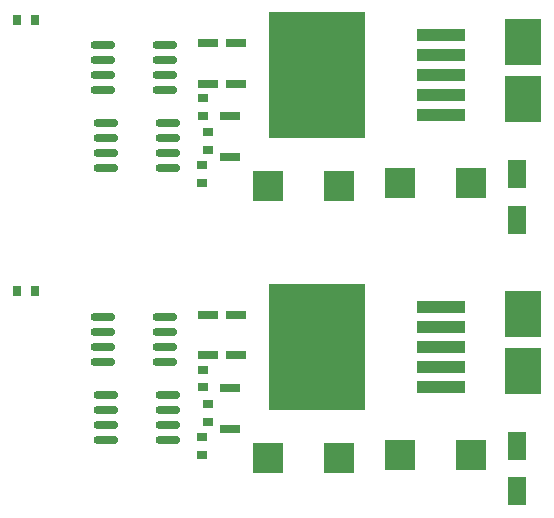
<source format=gtp>
G04 Layer_Color=8421504*
%FSLAX44Y44*%
%MOMM*%
G71*
G01*
G75*
%ADD10R,4.1500X1.0000*%
%ADD11R,8.2000X10.7500*%
%ADD12R,1.7000X0.7500*%
%ADD13O,2.1000X0.7000*%
%ADD14R,0.7000X0.9000*%
%ADD15R,0.9000X0.7000*%
%ADD16R,2.5500X2.5500*%
%ADD17R,1.5500X2.4500*%
%ADD18R,3.1000X3.9000*%
D10*
X376190Y128560D02*
D03*
Y145560D02*
D03*
Y162560D02*
D03*
Y179560D02*
D03*
Y196560D02*
D03*
Y358560D02*
D03*
Y375560D02*
D03*
Y392560D02*
D03*
Y409560D02*
D03*
Y426560D02*
D03*
D11*
X271690Y162560D02*
D03*
Y392560D02*
D03*
D12*
X179070Y189970D02*
D03*
Y155470D02*
D03*
X203200D02*
D03*
Y189970D02*
D03*
X198120Y127740D02*
D03*
Y93240D02*
D03*
X179070Y419970D02*
D03*
Y385470D02*
D03*
X203200D02*
D03*
Y419970D02*
D03*
X198120Y357740D02*
D03*
Y323240D02*
D03*
D13*
X143340Y149860D02*
D03*
Y162560D02*
D03*
Y175260D02*
D03*
Y187960D02*
D03*
X90340Y149860D02*
D03*
Y162560D02*
D03*
Y175260D02*
D03*
Y187960D02*
D03*
X145880Y83820D02*
D03*
Y96520D02*
D03*
Y109220D02*
D03*
Y121920D02*
D03*
X92880Y83820D02*
D03*
Y96520D02*
D03*
Y109220D02*
D03*
Y121920D02*
D03*
X143340Y379860D02*
D03*
Y392560D02*
D03*
Y405260D02*
D03*
Y417960D02*
D03*
X90340Y379860D02*
D03*
Y392560D02*
D03*
Y405260D02*
D03*
Y417960D02*
D03*
X145880Y313820D02*
D03*
Y326520D02*
D03*
Y339220D02*
D03*
Y351920D02*
D03*
X92880Y313820D02*
D03*
Y326520D02*
D03*
Y339220D02*
D03*
Y351920D02*
D03*
D14*
X17900Y209550D02*
D03*
X32900D02*
D03*
X17900Y439550D02*
D03*
X32900D02*
D03*
D15*
X173990Y86240D02*
D03*
Y71240D02*
D03*
X179070Y114180D02*
D03*
Y99180D02*
D03*
X175260Y128390D02*
D03*
Y143390D02*
D03*
X173990Y316240D02*
D03*
Y301240D02*
D03*
X179070Y344180D02*
D03*
Y329180D02*
D03*
X175260Y358390D02*
D03*
Y373390D02*
D03*
D16*
X230100Y68580D02*
D03*
X290600D02*
D03*
X341860Y71120D02*
D03*
X402360D02*
D03*
X230100Y298580D02*
D03*
X290600D02*
D03*
X341860Y301120D02*
D03*
X402360D02*
D03*
D17*
X440690Y40440D02*
D03*
Y78940D02*
D03*
Y270440D02*
D03*
Y308940D02*
D03*
D18*
X445770Y190370D02*
D03*
Y142370D02*
D03*
Y420370D02*
D03*
Y372370D02*
D03*
M02*

</source>
